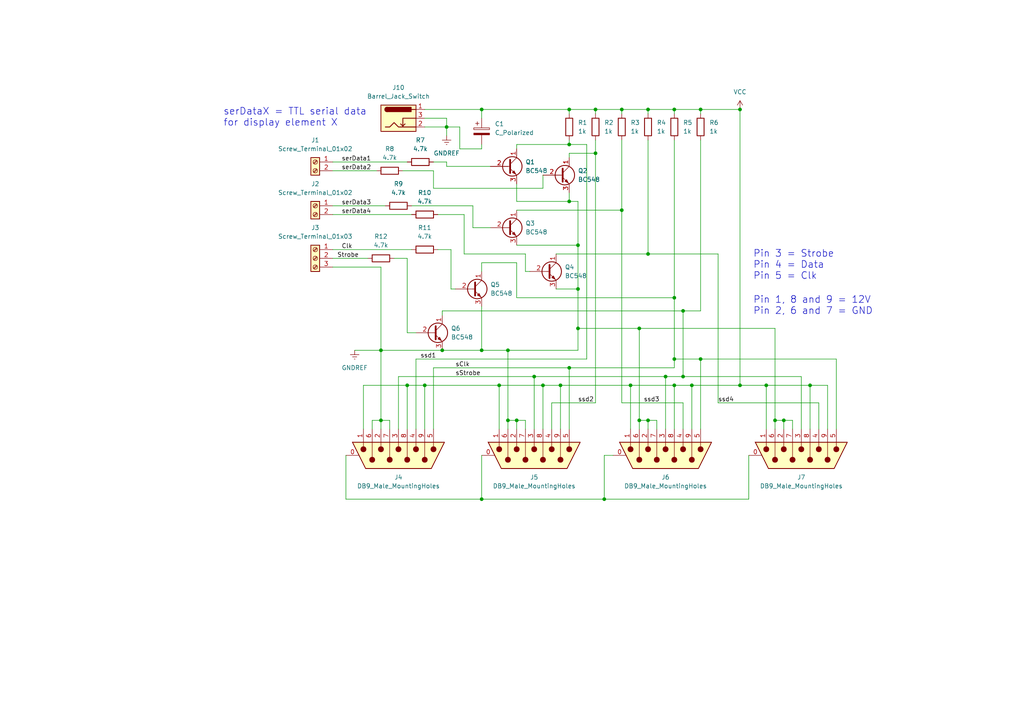
<source format=kicad_sch>
(kicad_sch (version 20211123) (generator eeschema)
  (paper "A4")
  (lib_symbols
    (symbol "Connector:Barrel_Jack_Switch" (pin_names hide)
      (property "Reference" "J6" (at 0 8.89 0))
      (property "Value" "Barrel_Jack_Switch" (at 0 6.35 0))
      (symbol "Barrel_Jack_Switch_0_1"
        (rectangle (start -5.08 3.81) (end 5.08 -3.81) (stroke (width 0.254)) (fill (type background)))
        (arc (start -3.302 3.175) (mid -3.937 2.54) (end -3.302 1.905) (stroke (width 0.254)))
        (arc (start -3.302 3.175) (mid -3.937 2.54) (end -3.302 1.905) (stroke (width 0.254)) (fill (type outline)))
        (polyline (pts (xy 1.27 -2.286) (xy 1.905 -1.651)) (stroke (width 0.254)))
        (polyline (pts (xy 5.08 2.54) (xy 3.81 2.54)) (stroke (width 0.254)))
        (polyline (pts (xy 5.08 0) (xy 1.27 0) (xy 1.27 -2.286) (xy 0.635 -1.651)) (stroke (width 0.254)))
        (polyline (pts (xy -3.81 -2.54) (xy -2.54 -2.54) (xy -1.27 -1.27) (xy 0 -2.54) (xy 2.54 -2.54) (xy 5.08 -2.54)) (stroke (width 0.254)))
        (rectangle (start 3.683 3.175) (end -3.302 1.905) (stroke (width 0.254)) (fill (type outline)))
      )
      (symbol "Barrel_Jack_Switch_1_1"
        (pin power_out line (at 7.62 2.54 180) (length 2.54) (name "~") (number "1"))
        (pin power_out line (at 7.62 -2.54 180) (length 2.54) (name "~") (number "2"))
        (pin passive line (at 7.62 0 180) (length 2.54) (name "~") (number "3"))
      )
    )
    (symbol "Connector:DB9_Male_MountingHoles" (pin_names (offset 1.016) hide)
      (property "Reference" "J" (at 0 16.51 0))
      (property "Value" "DB9_Male_MountingHoles" (at 0 14.605 0))
      (symbol "DB9_Male_MountingHoles_0_1"
        (circle (center -1.778 -10.16) (radius 0.762) (fill (type outline)))
        (circle (center -1.778 -5.08) (radius 0.762) (fill (type outline)))
        (circle (center -1.778 0) (radius 0.762) (fill (type outline)))
        (circle (center -1.778 5.08) (radius 0.762) (fill (type outline)))
        (circle (center -1.778 10.16) (radius 0.762) (fill (type outline)))
        (polyline (pts (xy -3.81 -10.16) (xy -2.54 -10.16)))
        (polyline (pts (xy -3.81 -7.62) (xy 0.508 -7.62)))
        (polyline (pts (xy -3.81 -5.08) (xy -2.54 -5.08)))
        (polyline (pts (xy -3.81 -2.54) (xy 0.508 -2.54)))
        (polyline (pts (xy -3.81 0) (xy -2.54 0)))
        (polyline (pts (xy -3.81 2.54) (xy 0.508 2.54)))
        (polyline (pts (xy -3.81 5.08) (xy -2.54 5.08)))
        (polyline (pts (xy -3.81 7.62) (xy 0.508 7.62)))
        (polyline (pts (xy -3.81 10.16) (xy -2.54 10.16)))
        (polyline (pts (xy -3.81 -13.335) (xy -3.81 13.335) (xy 3.81 9.525) (xy 3.81 -9.525) (xy -3.81 -13.335)) (stroke (width 0.254)) (fill (type background)))
        (circle (center 1.27 -7.62) (radius 0.762) (fill (type outline)))
        (circle (center 1.27 -2.54) (radius 0.762) (fill (type outline)))
        (circle (center 1.27 2.54) (radius 0.762) (fill (type outline)))
        (circle (center 1.27 7.62) (radius 0.762) (fill (type outline)))
      )
      (symbol "DB9_Male_MountingHoles_1_1"
        (pin passive line (at 0 -15.24 90) (length 3.81) (name "PAD") (number "0"))
        (pin passive line (at -7.62 -10.16 0) (length 3.81) (name "1") (number "1"))
        (pin passive line (at -7.62 -5.08 0) (length 3.81) (name "2") (number "2"))
        (pin passive line (at -7.62 0 0) (length 3.81) (name "3") (number "3"))
        (pin passive line (at -7.62 5.08 0) (length 3.81) (name "4") (number "4"))
        (pin passive line (at -7.62 10.16 0) (length 3.81) (name "5") (number "5"))
        (pin passive line (at -7.62 -7.62 0) (length 3.81) (name "6") (number "6"))
        (pin passive line (at -7.62 -2.54 0) (length 3.81) (name "7") (number "7"))
        (pin passive line (at -7.62 2.54 0) (length 3.81) (name "8") (number "8"))
        (pin passive line (at -7.62 7.62 0) (length 3.81) (name "9") (number "9"))
      )
    )
    (symbol "Connector:Screw_Terminal_01x02" (pin_names (offset 1.016) hide)
      (property "Reference" "J" (at 0 2.54 0))
      (property "Value" "Screw_Terminal_01x02" (at 0 -5.08 0))
      (symbol "Screw_Terminal_01x02_1_1"
        (rectangle (start -1.27 1.27) (end 1.27 -3.81) (stroke (width 0.254)) (fill (type background)))
        (circle (center 0 -2.54) (radius 0.635) (stroke (width 0.1524)))
        (polyline (pts (xy -0.5334 -2.2098) (xy 0.3302 -3.048)) (stroke (width 0.1524)))
        (polyline (pts (xy -0.5334 0.3302) (xy 0.3302 -0.508)) (stroke (width 0.1524)))
        (polyline (pts (xy -0.3556 -2.032) (xy 0.508 -2.8702)) (stroke (width 0.1524)))
        (polyline (pts (xy -0.3556 0.508) (xy 0.508 -0.3302)) (stroke (width 0.1524)))
        (circle (center 0 0) (radius 0.635) (stroke (width 0.1524)))
        (pin passive line (at -5.08 0 0) (length 3.81) (name "Pin_1") (number "1"))
        (pin passive line (at -5.08 -2.54 0) (length 3.81) (name "Pin_2") (number "2"))
      )
    )
    (symbol "Connector:Screw_Terminal_01x03" (pin_names (offset 1.016) hide)
      (property "Reference" "J" (at 0 5.08 0))
      (property "Value" "Screw_Terminal_01x03" (at 0 -5.08 0))
      (symbol "Screw_Terminal_01x03_1_1"
        (rectangle (start -1.27 3.81) (end 1.27 -3.81) (stroke (width 0.254)) (fill (type background)))
        (circle (center 0 -2.54) (radius 0.635) (stroke (width 0.1524)))
        (polyline (pts (xy -0.5334 -2.2098) (xy 0.3302 -3.048)) (stroke (width 0.1524)))
        (polyline (pts (xy -0.5334 0.3302) (xy 0.3302 -0.508)) (stroke (width 0.1524)))
        (polyline (pts (xy -0.5334 2.8702) (xy 0.3302 2.032)) (stroke (width 0.1524)))
        (polyline (pts (xy -0.3556 -2.032) (xy 0.508 -2.8702)) (stroke (width 0.1524)))
        (polyline (pts (xy -0.3556 0.508) (xy 0.508 -0.3302)) (stroke (width 0.1524)))
        (polyline (pts (xy -0.3556 3.048) (xy 0.508 2.2098)) (stroke (width 0.1524)))
        (circle (center 0 0) (radius 0.635) (stroke (width 0.1524)))
        (circle (center 0 2.54) (radius 0.635) (stroke (width 0.1524)))
        (pin passive line (at -5.08 2.54 0) (length 3.81) (name "Pin_1") (number "1"))
        (pin passive line (at -5.08 0 0) (length 3.81) (name "Pin_2") (number "2"))
        (pin passive line (at -5.08 -2.54 0) (length 3.81) (name "Pin_3") (number "3"))
      )
    )
    (symbol "Device:C_Polarized" (pin_numbers hide) (pin_names (offset 0.254))
      (property "Reference" "C" (at 0.635 2.54 0))
      (property "Value" "C_Polarized" (at 0.635 -2.54 0))
      (symbol "C_Polarized_0_1"
        (rectangle (start -2.286 0.508) (end 2.286 1.016))
        (polyline (pts (xy -1.778 2.286) (xy -0.762 2.286)))
        (polyline (pts (xy -1.27 2.794) (xy -1.27 1.778)))
        (rectangle (start 2.286 -0.508) (end -2.286 -1.016) (fill (type outline)))
      )
      (symbol "C_Polarized_1_1"
        (pin passive line (at 0 3.81 270) (length 2.794) (name "~") (number "1"))
        (pin passive line (at 0 -3.81 90) (length 2.794) (name "~") (number "2"))
      )
    )
    (symbol "Device:R" (pin_numbers hide) (pin_names (offset 0))
      (property "Reference" "R" (at 2.032 0 90))
      (property "Value" "R" (at 0 0 90))
      (symbol "R_0_1"
        (rectangle (start -1.016 -2.54) (end 1.016 2.54) (stroke (width 0.254)))
      )
      (symbol "R_1_1"
        (pin passive line (at 0 3.81 270) (length 1.27) (name "~") (number "1"))
        (pin passive line (at 0 -3.81 90) (length 1.27) (name "~") (number "2"))
      )
    )
    (symbol "Transistor_BJT:BC548" (pin_names (offset 0) hide)
      (property "Reference" "Q" (at 5.08 1.905 0))
      (property "Value" "BC548" (at 5.08 0 0))
      (symbol "BC548_0_1"
        (polyline (pts (xy 0 0) (xy 0.635 0)))
        (polyline (pts (xy 0.635 0.635) (xy 2.54 2.54)))
        (polyline (pts (xy 0.635 -0.635) (xy 2.54 -2.54) (xy 2.54 -2.54)))
        (polyline (pts (xy 0.635 1.905) (xy 0.635 -1.905) (xy 0.635 -1.905)) (stroke (width 0.508)))
        (polyline (pts (xy 1.27 -1.778) (xy 1.778 -1.27) (xy 2.286 -2.286) (xy 1.27 -1.778) (xy 1.27 -1.778)) (fill (type outline)))
        (circle (center 1.27 0) (radius 2.8194) (stroke (width 0.254)))
      )
      (symbol "BC548_1_1"
        (pin passive line (at 2.54 5.08 270) (length 2.54) (name "C") (number "1"))
        (pin input line (at -5.08 0 0) (length 5.08) (name "B") (number "2"))
        (pin passive line (at 2.54 -5.08 90) (length 2.54) (name "E") (number "3"))
      )
    )
    (symbol "power:GNDREF" (power) (pin_names (offset 0))
      (property "Value" "GNDREF" (at 0 -3.81 0))
      (symbol "GNDREF_0_1"
        (polyline (pts (xy -0.635 -1.905) (xy 0.635 -1.905)))
        (polyline (pts (xy -0.127 -2.54) (xy 0.127 -2.54)))
        (polyline (pts (xy 0 -1.27) (xy 0 0)))
        (polyline (pts (xy 1.27 -1.27) (xy -1.27 -1.27)))
      )
      (symbol "GNDREF_1_1"
        (pin power_in line (at 0 0 270) (length 0) hide (name "GNDREF") (number "1"))
      )
    )
    (symbol "power:VCC" (power) (pin_names (offset 0))
      (property "Value" "VCC" (at 0 3.81 0))
      (symbol "VCC_0_1"
        (polyline (pts (xy -0.762 1.27) (xy 0 2.54)))
        (polyline (pts (xy 0 0) (xy 0 2.54)))
        (polyline (pts (xy 0 2.54) (xy 0.762 1.27)))
      )
      (symbol "VCC_1_1"
        (pin power_in line (at 0 0 90) (length 0) hide (name "VCC") (number "1"))
      )
    )
  )
  (junction (at 214.63 111.76))
  (junction (at 200.66 111.76))
  (junction (at 195.58 86.36))
  (junction (at 195.58 111.76))
  (junction (at 167.64 71.12))
  (junction (at 187.96 31.75))
  (junction (at 193.04 109.22))
  (junction (at 187.96 73.66))
  (junction (at 227.33 121.92))
  (junction (at 167.64 95.25))
  (junction (at 139.7 144.78))
  (junction (at 139.7 101.6))
  (junction (at 139.7 31.75))
  (junction (at 172.72 44.45))
  (junction (at 110.49 101.6))
  (junction (at 165.1 106.68))
  (junction (at 165.1 58.42))
  (junction (at 147.32 101.6))
  (junction (at 154.94 109.22))
  (junction (at 165.1 31.75))
  (junction (at 203.2 31.75))
  (junction (at 167.64 83.82))
  (junction (at 118.11 111.76))
  (junction (at 185.42 121.92))
  (junction (at 157.48 111.76))
  (junction (at 175.26 144.78))
  (junction (at 147.32 121.92))
  (junction (at 195.58 104.14))
  (junction (at 195.58 31.75))
  (junction (at 234.95 111.76))
  (junction (at 182.88 111.76))
  (junction (at 203.2 104.14))
  (junction (at 165.1 41.91))
  (junction (at 123.19 111.76))
  (junction (at 198.12 109.22))
  (junction (at 149.86 121.92))
  (junction (at 180.34 31.75))
  (junction (at 144.78 111.76))
  (junction (at 185.42 95.25))
  (junction (at 222.25 111.76))
  (junction (at 214.63 31.75))
  (junction (at 187.96 121.92))
  (junction (at 110.49 121.92))
  (junction (at 162.56 111.76))
  (junction (at 129.54 36.83))
  (junction (at 180.34 60.96))
  (junction (at 128.27 101.6))
  (junction (at 172.72 31.75))
  (junction (at 198.12 90.17))
  (junction (at 224.79 121.92))
  (wire (pts (xy 118.11 111.76) (xy 123.19 111.76)))
  (wire (pts (xy 187.96 73.66) (xy 208.28 73.66)))
  (wire (pts (xy 139.7 31.75) (xy 165.1 31.75)))
  (wire (pts (xy 134.62 62.23) (xy 134.62 73.66)))
  (wire (pts (xy 242.57 124.46) (xy 242.57 104.14)))
  (wire (pts (xy 229.87 121.92) (xy 227.33 121.92)))
  (wire (pts (xy 193.04 109.22) (xy 198.12 109.22)))
  (wire (pts (xy 129.54 34.29) (xy 129.54 36.83)))
  (wire (pts (xy 115.57 124.46) (xy 115.57 109.22)))
  (wire (pts (xy 107.95 121.92) (xy 110.49 121.92)))
  (wire (pts (xy 133.35 36.83) (xy 133.35 43.18)))
  (wire (pts (xy 165.1 40.64) (xy 165.1 41.91)))
  (wire (pts (xy 224.79 121.92) (xy 224.79 95.25)))
  (wire (pts (xy 110.49 77.47) (xy 110.49 101.6)))
  (wire (pts (xy 96.52 46.99) (xy 118.11 46.99)))
  (wire (pts (xy 139.7 132.08) (xy 139.7 144.78)))
  (wire (pts (xy 152.4 121.92) (xy 149.86 121.92)))
  (wire (pts (xy 149.86 86.36) (xy 195.58 86.36)))
  (wire (pts (xy 165.1 58.42) (xy 167.64 58.42)))
  (wire (pts (xy 160.02 116.84) (xy 172.72 116.84)))
  (wire (pts (xy 208.28 73.66) (xy 208.28 116.84)))
  (wire (pts (xy 165.1 44.45) (xy 172.72 44.45)))
  (wire (pts (xy 224.79 124.46) (xy 224.79 121.92)))
  (wire (pts (xy 193.04 109.22) (xy 193.04 124.46)))
  (wire (pts (xy 187.96 31.75) (xy 187.96 33.02)))
  (wire (pts (xy 120.65 96.52) (xy 118.11 96.52)))
  (wire (pts (xy 185.42 95.25) (xy 185.42 121.92)))
  (wire (pts (xy 114.3 74.93) (xy 118.11 74.93)))
  (wire (pts (xy 222.25 111.76) (xy 222.25 124.46)))
  (wire (pts (xy 130.81 72.39) (xy 130.81 83.82)))
  (wire (pts (xy 165.1 33.02) (xy 165.1 31.75)))
  (wire (pts (xy 129.54 48.26) (xy 142.24 48.26)))
  (wire (pts (xy 125.73 54.61) (xy 157.48 54.61)))
  (wire (pts (xy 208.28 116.84) (xy 237.49 116.84)))
  (wire (pts (xy 110.49 101.6) (xy 110.49 121.92)))
  (wire (pts (xy 96.52 59.69) (xy 111.76 59.69)))
  (wire (pts (xy 149.86 41.91) (xy 165.1 41.91)))
  (wire (pts (xy 105.41 111.76) (xy 118.11 111.76)))
  (wire (pts (xy 129.54 36.83) (xy 133.35 36.83)))
  (wire (pts (xy 119.38 59.69) (xy 137.16 59.69)))
  (wire (pts (xy 139.7 76.2) (xy 149.86 76.2)))
  (wire (pts (xy 165.1 55.88) (xy 165.1 58.42)))
  (wire (pts (xy 195.58 40.64) (xy 195.58 86.36)))
  (wire (pts (xy 113.03 121.92) (xy 110.49 121.92)))
  (wire (pts (xy 128.27 90.17) (xy 198.12 90.17)))
  (wire (pts (xy 139.7 43.18) (xy 139.7 41.91)))
  (wire (pts (xy 198.12 109.22) (xy 232.41 109.22)))
  (wire (pts (xy 203.2 40.64) (xy 203.2 90.17)))
  (wire (pts (xy 100.33 144.78) (xy 139.7 144.78)))
  (wire (pts (xy 96.52 49.53) (xy 109.22 49.53)))
  (wire (pts (xy 203.2 31.75) (xy 214.63 31.75)))
  (wire (pts (xy 162.56 111.76) (xy 182.88 111.76)))
  (wire (pts (xy 180.34 31.75) (xy 187.96 31.75)))
  (wire (pts (xy 123.19 124.46) (xy 123.19 111.76)))
  (wire (pts (xy 170.18 41.91) (xy 170.18 104.14)))
  (wire (pts (xy 125.73 46.99) (xy 129.54 46.99)))
  (wire (pts (xy 195.58 111.76) (xy 195.58 124.46)))
  (wire (pts (xy 130.81 83.82) (xy 132.08 83.82)))
  (wire (pts (xy 157.48 54.61) (xy 157.48 50.8)))
  (wire (pts (xy 134.62 73.66) (xy 152.4 73.66)))
  (wire (pts (xy 105.41 124.46) (xy 105.41 111.76)))
  (wire (pts (xy 123.19 111.76) (xy 144.78 111.76)))
  (wire (pts (xy 123.19 34.29) (xy 129.54 34.29)))
  (wire (pts (xy 110.49 121.92) (xy 110.49 124.46)))
  (wire (pts (xy 144.78 111.76) (xy 157.48 111.76)))
  (wire (pts (xy 195.58 31.75) (xy 203.2 31.75)))
  (wire (pts (xy 107.95 124.46) (xy 107.95 121.92)))
  (wire (pts (xy 123.19 31.75) (xy 139.7 31.75)))
  (wire (pts (xy 149.86 43.18) (xy 149.86 41.91)))
  (wire (pts (xy 198.12 124.46) (xy 198.12 116.84)))
  (wire (pts (xy 200.66 111.76) (xy 214.63 111.76)))
  (wire (pts (xy 125.73 49.53) (xy 125.73 54.61)))
  (wire (pts (xy 172.72 31.75) (xy 180.34 31.75)))
  (wire (pts (xy 195.58 106.68) (xy 195.58 104.14)))
  (wire (pts (xy 167.64 83.82) (xy 167.64 95.25)))
  (wire (pts (xy 137.16 66.04) (xy 142.24 66.04)))
  (wire (pts (xy 147.32 121.92) (xy 147.32 124.46)))
  (wire (pts (xy 185.42 121.92) (xy 185.42 124.46)))
  (wire (pts (xy 96.52 62.23) (xy 119.38 62.23)))
  (wire (pts (xy 177.8 132.08) (xy 175.26 132.08)))
  (wire (pts (xy 129.54 46.99) (xy 129.54 48.26)))
  (wire (pts (xy 118.11 124.46) (xy 118.11 111.76)))
  (wire (pts (xy 232.41 124.46) (xy 232.41 109.22)))
  (wire (pts (xy 195.58 86.36) (xy 195.58 104.14)))
  (wire (pts (xy 157.48 111.76) (xy 162.56 111.76)))
  (wire (pts (xy 172.72 44.45) (xy 172.72 40.64)))
  (wire (pts (xy 120.65 104.14) (xy 170.18 104.14)))
  (wire (pts (xy 149.86 60.96) (xy 180.34 60.96)))
  (wire (pts (xy 144.78 124.46) (xy 144.78 111.76)))
  (wire (pts (xy 157.48 124.46) (xy 157.48 111.76)))
  (wire (pts (xy 139.7 31.75) (xy 139.7 34.29)))
  (wire (pts (xy 195.58 33.02) (xy 195.58 31.75)))
  (wire (pts (xy 167.64 58.42) (xy 167.64 71.12)))
  (wire (pts (xy 240.03 111.76) (xy 234.95 111.76)))
  (wire (pts (xy 161.29 83.82) (xy 167.64 83.82)))
  (wire (pts (xy 152.4 78.74) (xy 153.67 78.74)))
  (wire (pts (xy 133.35 43.18) (xy 139.7 43.18)))
  (wire (pts (xy 234.95 111.76) (xy 222.25 111.76)))
  (wire (pts (xy 185.42 95.25) (xy 224.79 95.25)))
  (wire (pts (xy 118.11 96.52) (xy 118.11 74.93)))
  (wire (pts (xy 203.2 31.75) (xy 203.2 33.02)))
  (wire (pts (xy 217.17 132.08) (xy 217.17 144.78)))
  (wire (pts (xy 182.88 111.76) (xy 195.58 111.76)))
  (wire (pts (xy 190.5 124.46) (xy 190.5 121.92)))
  (wire (pts (xy 139.7 101.6) (xy 147.32 101.6)))
  (wire (pts (xy 165.1 44.45) (xy 165.1 45.72)))
  (wire (pts (xy 139.7 144.78) (xy 175.26 144.78)))
  (wire (pts (xy 139.7 88.9) (xy 139.7 101.6)))
  (wire (pts (xy 187.96 121.92) (xy 185.42 121.92)))
  (wire (pts (xy 125.73 124.46) (xy 125.73 106.68)))
  (wire (pts (xy 149.86 71.12) (xy 167.64 71.12)))
  (wire (pts (xy 127 72.39) (xy 130.81 72.39)))
  (wire (pts (xy 149.86 121.92) (xy 147.32 121.92)))
  (wire (pts (xy 162.56 124.46) (xy 162.56 111.76)))
  (wire (pts (xy 100.33 132.08) (xy 100.33 144.78)))
  (wire (pts (xy 110.49 101.6) (xy 128.27 101.6)))
  (wire (pts (xy 128.27 91.44) (xy 128.27 90.17)))
  (wire (pts (xy 167.64 101.6) (xy 167.64 95.25)))
  (wire (pts (xy 234.95 111.76) (xy 234.95 124.46)))
  (wire (pts (xy 110.49 77.47) (xy 96.52 77.47)))
  (wire (pts (xy 203.2 124.46) (xy 203.2 104.14)))
  (wire (pts (xy 182.88 124.46) (xy 182.88 111.76)))
  (wire (pts (xy 149.86 58.42) (xy 165.1 58.42)))
  (wire (pts (xy 161.29 73.66) (xy 187.96 73.66)))
  (wire (pts (xy 198.12 90.17) (xy 203.2 90.17)))
  (wire (pts (xy 120.65 104.14) (xy 120.65 124.46)))
  (wire (pts (xy 128.27 101.6) (xy 139.7 101.6)))
  (wire (pts (xy 152.4 73.66) (xy 152.4 78.74)))
  (wire (pts (xy 242.57 104.14) (xy 203.2 104.14)))
  (wire (pts (xy 165.1 106.68) (xy 195.58 106.68)))
  (wire (pts (xy 187.96 31.75) (xy 195.58 31.75)))
  (wire (pts (xy 240.03 124.46) (xy 240.03 111.76)))
  (wire (pts (xy 214.63 111.76) (xy 222.25 111.76)))
  (wire (pts (xy 149.86 53.34) (xy 149.86 58.42)))
  (wire (pts (xy 187.96 124.46) (xy 187.96 121.92)))
  (wire (pts (xy 195.58 111.76) (xy 200.66 111.76)))
  (wire (pts (xy 175.26 132.08) (xy 175.26 144.78)))
  (wire (pts (xy 129.54 36.83) (xy 129.54 39.37)))
  (wire (pts (xy 175.26 144.78) (xy 217.17 144.78)))
  (wire (pts (xy 195.58 104.14) (xy 203.2 104.14)))
  (wire (pts (xy 116.84 49.53) (xy 125.73 49.53)))
  (wire (pts (xy 113.03 124.46) (xy 113.03 121.92)))
  (wire (pts (xy 160.02 124.46) (xy 160.02 116.84)))
  (wire (pts (xy 187.96 40.64) (xy 187.96 73.66)))
  (wire (pts (xy 180.34 40.64) (xy 180.34 60.96)))
  (wire (pts (xy 227.33 121.92) (xy 224.79 121.92)))
  (wire (pts (xy 214.63 31.75) (xy 214.63 111.76)))
  (wire (pts (xy 154.94 109.22) (xy 154.94 124.46)))
  (wire (pts (xy 96.52 74.93) (xy 106.68 74.93)))
  (wire (pts (xy 149.86 124.46) (xy 149.86 121.92)))
  (wire (pts (xy 165.1 106.68) (xy 165.1 124.46)))
  (wire (pts (xy 180.34 31.75) (xy 180.34 33.02)))
  (wire (pts (xy 139.7 78.74) (xy 139.7 76.2)))
  (wire (pts (xy 172.72 44.45) (xy 172.72 116.84)))
  (wire (pts (xy 180.34 60.96) (xy 180.34 116.84)))
  (wire (pts (xy 165.1 31.75) (xy 172.72 31.75)))
  (wire (pts (xy 198.12 90.17) (xy 198.12 109.22)))
  (wire (pts (xy 167.64 71.12) (xy 167.64 83.82)))
  (wire (pts (xy 147.32 101.6) (xy 167.64 101.6)))
  (wire (pts (xy 170.18 41.91) (xy 165.1 41.91)))
  (wire (pts (xy 152.4 124.46) (xy 152.4 121.92)))
  (wire (pts (xy 137.16 59.69) (xy 137.16 66.04)))
  (wire (pts (xy 147.32 101.6) (xy 147.32 121.92)))
  (wire (pts (xy 96.52 72.39) (xy 119.38 72.39)))
  (wire (pts (xy 198.12 116.84) (xy 180.34 116.84)))
  (wire (pts (xy 167.64 95.25) (xy 185.42 95.25)))
  (wire (pts (xy 127 62.23) (xy 134.62 62.23)))
  (wire (pts (xy 229.87 124.46) (xy 229.87 121.92)))
  (wire (pts (xy 172.72 33.02) (xy 172.72 31.75)))
  (wire (pts (xy 190.5 121.92) (xy 187.96 121.92)))
  (wire (pts (xy 200.66 111.76) (xy 200.66 124.46)))
  (wire (pts (xy 102.87 101.6) (xy 110.49 101.6)))
  (wire (pts (xy 125.73 106.68) (xy 165.1 106.68)))
  (wire (pts (xy 115.57 109.22) (xy 154.94 109.22)))
  (wire (pts (xy 123.19 36.83) (xy 129.54 36.83)))
  (wire (pts (xy 149.86 76.2) (xy 149.86 86.36)))
  (wire (pts (xy 154.94 109.22) (xy 193.04 109.22)))
  (wire (pts (xy 227.33 124.46) (xy 227.33 121.92)))
  (wire (pts (xy 237.49 116.84) (xy 237.49 124.46)))
  (text "Pin 1, 8 and 9 = 12V\nPin 2, 6 and 7 = GND" (at 218.44 91.44 0) (effects (font (size 2 2)) (justify left bottom)))
  (text "Pin 3 = Strobe\nPin 4 = Data\nPin 5 = Clk" (at 218.44 81.28 0) (effects (font (size 2 2)) (justify left bottom)))
  (text "serDataX = TTL serial data \nfor display element X" (at 64.77 36.83 0) (effects (font (size 2 2)) (justify left bottom)))
  (label "Strobe" (at 97.79 74.93 0))
  (label "ssd2" (at 167.64 116.84 0))
  (label "Clk" (at 99.06 72.39 0))
  (label "serData2" (at 99.06 49.53 0))
  (label "ssd1" (at 121.92 104.14 0))
  (label "serData3" (at 99.06 59.69 0))
  (label "serData1" (at 99.06 46.99 0))
  (label "ssd3" (at 186.69 116.84 0))
  (label "sClk" (at 132.08 106.68 0))
  (label "serData4" (at 99.06 62.23 0))
  (label "ssd4" (at 208.28 116.84 0))
  (label "sStrobe" (at 132.08 109.22 0))
  (symbol (lib_id "Device:R") (at 203.2 36.83 180) (unit 1)
    (property "Reference" "R6" (at 205.74 35.5599 0) (effects (justify right)))
    (property "Value" "1k" (at 205.74 38.0999 0) (effects (justify right)))
    (property "Footprint" "Resistor_THT:R_Axial_DIN0207_L6.3mm_D2.5mm_P10.16mm_Horizontal" (effects hide))
  )
  (symbol (lib_id "Transistor_BJT:BC548") (at 137.16 83.82 0) (unit 1)
    (property "Reference" "Q5" (at 142.24 82.5499 0) (effects (justify left)))
    (property "Value" "BC548" (at 142.24 85.0899 0) (effects (justify left)))
    (property "Footprint" "Package_TO_SOT_THT:TO-92_HandSolder" (effects hide))
    (property "Datasheet" "https://www.onsemi.com/pub/Collateral/BC550-D.pdf" (effects hide))
  )
  (symbol (lib_id "Connector:DB9_Male_MountingHoles") (at 115.57 132.08 270) (unit 1)
    (property "Reference" "J4" (at 115.57 138.43 90))
    (property "Value" "DB9_Male_MountingHoles" (at 115.57 140.97 90))
    (property "Footprint" "Connector_Dsub:DSUB-9_Male_Horizontal_P2.77x2.84mm_EdgePinOffset9.90mm_Housed_MountingHolesOffset11.32mm" (effects hide))
    (property "Datasheet" " ~" (effects hide))
  )
  (symbol (lib_id "Connector:DB9_Male_MountingHoles") (at 232.41 132.08 270) (unit 1)
    (property "Reference" "J7" (at 232.41 138.43 90))
    (property "Value" "DB9_Male_MountingHoles" (at 232.41 140.97 90))
    (property "Footprint" "Connector_Dsub:DSUB-9_Male_Horizontal_P2.77x2.84mm_EdgePinOffset9.90mm_Housed_MountingHolesOffset11.32mm" (effects hide))
    (property "Datasheet" " ~" (effects hide))
  )
  (symbol (lib_id "Device:R") (at 115.57 59.69 270) (unit 1)
    (property "Reference" "R9" (at 115.57 53.34 90))
    (property "Value" "4.7k" (at 115.57 55.88 90))
    (property "Footprint" "Resistor_THT:R_Axial_DIN0207_L6.3mm_D2.5mm_P10.16mm_Horizontal" (effects hide))
  )
  (symbol (lib_id "Device:R") (at 187.96 36.83 180) (unit 1)
    (property "Reference" "R4" (at 190.5 35.5599 0) (effects (justify right)))
    (property "Value" "1k" (at 190.5 38.0999 0) (effects (justify right)))
    (property "Footprint" "Resistor_THT:R_Axial_DIN0207_L6.3mm_D2.5mm_P10.16mm_Horizontal" (effects hide))
  )
  (symbol (lib_id "Device:R") (at 123.19 62.23 270) (unit 1)
    (property "Reference" "R10" (at 123.19 55.88 90))
    (property "Value" "4.7k" (at 123.19 58.42 90))
    (property "Footprint" "Resistor_THT:R_Axial_DIN0207_L6.3mm_D2.5mm_P10.16mm_Horizontal" (effects hide))
  )
  (symbol (lib_id "Connector:Barrel_Jack_Switch") (at 115.57 34.29 0) (unit 1)
    (property "Reference" "J10" (at 115.57 25.4 0))
    (property "Value" "Barrel_Jack_Switch" (at 115.57 27.94 0))
    (property "Footprint" "Connector_BarrelJack:BarrelJack_GCT_DCJ200-10-A_Horizontal" (effects hide))
  )
  (symbol (lib_id "Transistor_BJT:BC548") (at 162.56 50.8 0) (unit 1)
    (property "Reference" "Q2" (at 167.64 49.5299 0) (effects (justify left)))
    (property "Value" "BC548" (at 167.64 52.0699 0) (effects (justify left)))
    (property "Footprint" "Package_TO_SOT_THT:TO-92_HandSolder" (effects hide))
    (property "Datasheet" "https://www.onsemi.com/pub/Collateral/BC550-D.pdf" (effects hide))
  )
  (symbol (lib_id "Device:C_Polarized") (at 139.7 38.1 0) (unit 1)
    (property "Reference" "C1" (at 143.51 35.9409 0) (effects (justify left)))
    (property "Value" "C_Polarized" (at 143.51 38.4809 0) (effects (justify left)))
    (property "Footprint" "Capacitor_THT:CP_Radial_D10.0mm_P5.00mm" (effects hide))
  )
  (symbol (lib_id "Connector:DB9_Male_MountingHoles") (at 193.04 132.08 270) (unit 1)
    (property "Reference" "J6" (at 193.04 138.43 90))
    (property "Value" "DB9_Male_MountingHoles" (at 193.04 140.97 90))
    (property "Footprint" "Connector_Dsub:DSUB-9_Male_Horizontal_P2.77x2.84mm_EdgePinOffset9.90mm_Housed_MountingHolesOffset11.32mm" (effects hide))
    (property "Datasheet" " ~" (effects hide))
  )
  (symbol (lib_id "Connector:Screw_Terminal_01x02") (at 91.44 59.69 0) (mirror y) (unit 1)
    (property "Reference" "J2" (at 91.44 53.34 0))
    (property "Value" "Screw_Terminal_01x02" (at 91.44 55.88 0))
    (property "Footprint" "TerminalBlock:TerminalBlock_bornier-2_P5.08mm" (effects hide))
  )
  (symbol (lib_id "Device:R") (at 121.92 46.99 270) (unit 1)
    (property "Reference" "R7" (at 121.92 40.64 90))
    (property "Value" "4.7k" (at 121.92 43.18 90))
    (property "Footprint" "Resistor_THT:R_Axial_DIN0207_L6.3mm_D2.5mm_P10.16mm_Horizontal" (effects hide))
  )
  (symbol (lib_id "Device:R") (at 180.34 36.83 180) (unit 1)
    (property "Reference" "R3" (at 182.88 35.5599 0) (effects (justify right)))
    (property "Value" "1k" (at 182.88 38.0999 0) (effects (justify right)))
    (property "Footprint" "Resistor_THT:R_Axial_DIN0207_L6.3mm_D2.5mm_P10.16mm_Horizontal" (effects hide))
  )
  (symbol (lib_id "Transistor_BJT:BC548") (at 125.73 96.52 0) (unit 1)
    (property "Reference" "Q6" (at 130.81 95.2499 0) (effects (justify left)))
    (property "Value" "BC548" (at 130.81 97.7899 0) (effects (justify left)))
    (property "Footprint" "Package_TO_SOT_THT:TO-92_HandSolder" (effects hide))
    (property "Datasheet" "https://www.onsemi.com/pub/Collateral/BC550-D.pdf" (effects hide))
  )
  (symbol (lib_id "Transistor_BJT:BC548") (at 147.32 48.26 0) (unit 1)
    (property "Reference" "Q1" (at 152.4 46.9899 0) (effects (justify left)))
    (property "Value" "BC548" (at 152.4 49.5299 0) (effects (justify left)))
    (property "Footprint" "Package_TO_SOT_THT:TO-92_HandSolder" (effects hide))
    (property "Datasheet" "https://www.onsemi.com/pub/Collateral/BC550-D.pdf" (effects hide))
  )
  (symbol (lib_id "Connector:Screw_Terminal_01x03") (at 91.44 74.93 0) (mirror y) (unit 1)
    (property "Reference" "J3" (at 91.44 66.04 0))
    (property "Value" "Screw_Terminal_01x03" (at 91.44 68.58 0))
    (property "Footprint" "TerminalBlock:TerminalBlock_bornier-3_P5.08mm" (effects hide))
  )
  (symbol (lib_id "power:GNDREF") (at 129.54 39.37 0) (unit 1)
    (property "Reference" "#PWR0101" (effects hide))
    (property "Value" "GNDREF" (at 129.54 44.45 0))
  )
  (symbol (lib_id "Device:R") (at 110.49 74.93 270) (unit 1)
    (property "Reference" "R12" (at 110.49 68.58 90))
    (property "Value" "4.7k" (at 110.49 71.12 90))
    (property "Footprint" "Resistor_THT:R_Axial_DIN0207_L6.3mm_D2.5mm_P10.16mm_Horizontal" (effects hide))
  )
  (symbol (lib_id "Connector:DB9_Male_MountingHoles") (at 154.94 132.08 270) (unit 1)
    (property "Reference" "J5" (at 154.94 138.43 90))
    (property "Value" "DB9_Male_MountingHoles" (at 154.94 140.97 90))
    (property "Footprint" "Connector_Dsub:DSUB-9_Male_Horizontal_P2.77x2.84mm_EdgePinOffset9.90mm_Housed_MountingHolesOffset11.32mm" (effects hide))
    (property "Datasheet" " ~" (effects hide))
  )
  (symbol (lib_id "power:GNDREF") (at 102.87 101.6 0) (unit 1)
    (property "Reference" "#PWR0103" (effects hide))
    (property "Value" "GNDREF" (at 102.87 106.68 0))
  )
  (symbol (lib_id "Device:R") (at 123.19 72.39 270) (unit 1)
    (property "Reference" "R11" (at 123.19 66.04 90))
    (property "Value" "4.7k" (at 123.19 68.58 90))
    (property "Footprint" "Resistor_THT:R_Axial_DIN0207_L6.3mm_D2.5mm_P10.16mm_Horizontal" (effects hide))
  )
  (symbol (lib_id "Device:R") (at 165.1 36.83 180) (unit 1)
    (property "Reference" "R1" (at 167.64 35.5599 0) (effects (justify right)))
    (property "Value" "1k" (at 167.64 38.0999 0) (effects (justify right)))
    (property "Footprint" "Resistor_THT:R_Axial_DIN0207_L6.3mm_D2.5mm_P10.16mm_Horizontal" (effects hide))
  )
  (symbol (lib_id "Transistor_BJT:BC548") (at 158.75 78.74 0) (unit 1)
    (property "Reference" "Q4" (at 163.83 77.4699 0) (effects (justify left)))
    (property "Value" "BC548" (at 163.83 80.0099 0) (effects (justify left)))
    (property "Footprint" "Package_TO_SOT_THT:TO-92_HandSolder" (effects hide))
    (property "Datasheet" "https://www.onsemi.com/pub/Collateral/BC550-D.pdf" (effects hide))
  )
  (symbol (lib_id "Device:R") (at 195.58 36.83 180) (unit 1)
    (property "Reference" "R5" (at 198.12 35.5599 0) (effects (justify right)))
    (property "Value" "1k" (at 198.12 38.0999 0) (effects (justify right)))
    (property "Footprint" "Resistor_THT:R_Axial_DIN0207_L6.3mm_D2.5mm_P10.16mm_Horizontal" (effects hide))
  )
  (symbol (lib_id "Device:R") (at 113.03 49.53 270) (unit 1)
    (property "Reference" "R8" (at 113.03 43.18 90))
    (property "Value" "4.7k" (at 113.03 45.72 90))
    (property "Footprint" "Resistor_THT:R_Axial_DIN0207_L6.3mm_D2.5mm_P10.16mm_Horizontal" (effects hide))
  )
  (symbol (lib_id "power:VCC") (at 214.63 31.75 0) (unit 1)
    (property "Reference" "#PWR0102" (effects hide))
    (property "Value" "VCC" (at 214.63 26.67 0))
  )
  (symbol (lib_id "Transistor_BJT:BC548") (at 147.32 66.04 0) (unit 1)
    (property "Reference" "Q3" (at 152.4 64.7699 0) (effects (justify left)))
    (property "Value" "BC548" (at 152.4 67.3099 0) (effects (justify left)))
    (property "Footprint" "Package_TO_SOT_THT:TO-92_HandSolder" (effects hide))
    (property "Datasheet" "https://www.onsemi.com/pub/Collateral/BC550-D.pdf" (effects hide))
  )
  (symbol (lib_id "Connector:Screw_Terminal_01x02") (at 91.44 46.99 0) (mirror y) (unit 1)
    (property "Reference" "J1" (at 91.44 40.64 0))
    (property "Value" "Screw_Terminal_01x02" (at 91.44 43.18 0))
    (property "Footprint" "TerminalBlock:TerminalBlock_bornier-2_P5.08mm" (effects hide))
  )
  (symbol (lib_id "Device:R") (at 172.72 36.83 180) (unit 1)
    (property "Reference" "R2" (at 175.26 35.5599 0) (effects (justify right)))
    (property "Value" "1k" (at 175.26 38.0999 0) (effects (justify right)))
    (property "Footprint" "Resistor_THT:R_Axial_DIN0207_L6.3mm_D2.5mm_P10.16mm_Horizontal" (effects hide))
  )
)
</source>
